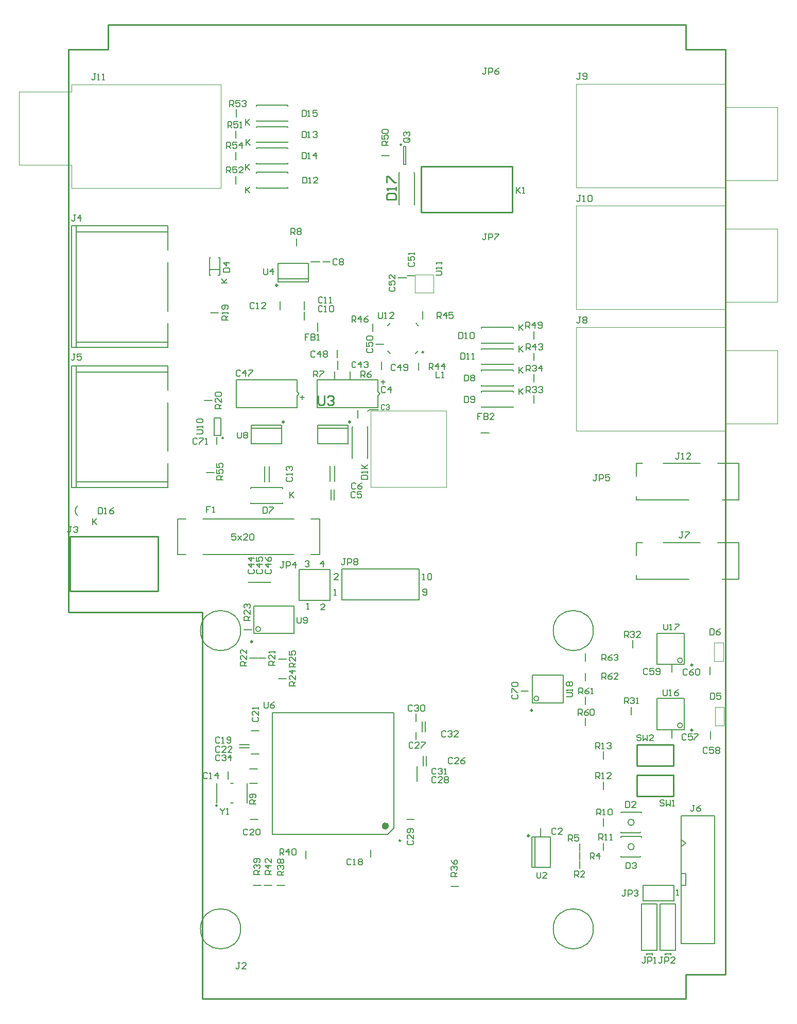
<source format=gto>
G04 Layer_Color=65535*
%FSLAX25Y25*%
%MOIN*%
G70*
G01*
G75*
%ADD47C,0.00787*%
%ADD52C,0.02362*%
%ADD54C,0.01000*%
%ADD100C,0.00984*%
%ADD101C,0.00827*%
%ADD102C,0.00591*%
%ADD103C,0.01378*%
%ADD104C,0.00800*%
%ADD105C,0.00394*%
%ADD106C,0.00709*%
D47*
X124330Y239152D02*
G03*
X124330Y239152I-1595J0D01*
G01*
X304448Y194270D02*
G03*
X304448Y194270I-1595J0D01*
G01*
X96457Y125098D02*
G03*
X96457Y125098I-632J0D01*
G01*
X397481Y218996D02*
G03*
X397481Y218996I-1595J0D01*
G01*
Y176870D02*
G03*
X397481Y176870I-1595J0D01*
G01*
X339764Y45276D02*
G03*
X339764Y45276I-12992J0D01*
G01*
Y238189D02*
G03*
X339764Y238189I-12992J0D01*
G01*
X111417D02*
G03*
X111417Y238189I-12992J0D01*
G01*
Y45276D02*
G03*
X111417Y45276I-12992J0D01*
G01*
X126705Y73228D02*
X131626D01*
X153543Y90847D02*
Y95768D01*
X119587Y73228D02*
X124508D01*
X134941Y73228D02*
X139862D01*
X247539Y72835D02*
X252461D01*
X131890Y185039D02*
X210630D01*
X131890Y106299D02*
Y185039D01*
Y106299D02*
X206496D01*
X210630Y110433D01*
Y185039D01*
X396654Y118504D02*
X418307D01*
Y35827D02*
Y118504D01*
X396654Y35827D02*
X418307D01*
X396654D02*
Y118504D01*
X399606Y73228D02*
Y81102D01*
X397047Y102756D02*
X399606Y100787D01*
X397047Y98819D02*
X399606Y100787D01*
X397047Y81102D02*
X399606D01*
X397047Y73228D02*
X399606D01*
X64173Y354331D02*
Y385827D01*
X1969Y330709D02*
X64173D01*
X5118Y331102D02*
Y409449D01*
X1969Y330709D02*
Y409449D01*
X64173D01*
X5118Y405512D02*
X64173D01*
X5118Y334252D02*
X64173D01*
X64173Y330709D02*
Y346457D01*
X64173Y393701D02*
Y409449D01*
Y444882D02*
Y476378D01*
X1969Y421260D02*
X64173D01*
X5118Y421654D02*
Y500000D01*
X1969Y421260D02*
Y500000D01*
X64173D01*
X5118Y496063D02*
X64173D01*
X5118Y424803D02*
X64173D01*
X64173Y421260D02*
Y437008D01*
X64173Y484252D02*
Y500000D01*
X305512Y105413D02*
Y110335D01*
X187401Y375886D02*
Y380807D01*
X200459Y392589D02*
Y400339D01*
X160959D02*
X200459D01*
X160959Y382339D02*
Y400339D01*
Y382339D02*
X200459D01*
Y390089D01*
X201709Y391339D01*
X200459Y392589D02*
X201709Y391339D01*
X169882Y322736D02*
Y329232D01*
X171850Y322736D02*
Y329232D01*
X169390Y334646D02*
Y344882D01*
X172343Y334646D02*
Y344882D01*
X157087Y476772D02*
X162599D01*
X152756Y438976D02*
Y444488D01*
X152756Y445669D02*
Y451181D01*
X137008Y445669D02*
Y451181D01*
X126870Y334252D02*
Y344488D01*
X129823Y334252D02*
Y344488D01*
X103150Y142027D02*
Y146949D01*
X195669Y91634D02*
Y96555D01*
X110531Y164370D02*
X117028D01*
X110531Y162402D02*
X117028D01*
X117618Y116142D02*
X122539D01*
X118405Y173228D02*
X123327D01*
X118405Y158268D02*
X123327D01*
X231693Y150689D02*
Y157185D01*
X229725Y150689D02*
Y157185D01*
X224803Y167618D02*
Y172539D01*
X225590Y140847D02*
Y145768D01*
X218799Y116142D02*
X223721D01*
X225590Y145571D02*
Y150492D01*
X224803Y179429D02*
Y184351D01*
X117224Y148819D02*
X122146D01*
X116437Y269291D02*
X121358D01*
X121161D02*
X126083D01*
X125886D02*
X130807D01*
X148097Y392589D02*
Y400339D01*
X108597D02*
X148097D01*
X108597Y382339D02*
Y400339D01*
Y382339D02*
X148097D01*
Y390089D01*
X149346Y391339D01*
X148097Y392589D02*
X149346Y391339D01*
X174016Y414862D02*
Y419784D01*
X202756Y406988D02*
Y411909D01*
X199114Y423228D02*
X204035D01*
X390551Y168799D02*
Y173721D01*
X415748Y168012D02*
Y172933D01*
X390551Y211319D02*
Y216240D01*
X415354Y209744D02*
Y214665D01*
X292815Y199213D02*
X297736D01*
X96063Y358563D02*
Y363484D01*
X193701Y349606D02*
Y370078D01*
X193209Y349606D02*
X193701D01*
X193209Y370078D02*
X193701D01*
X183465Y349606D02*
X183957D01*
X183465Y370078D02*
X183957D01*
X183465Y349606D02*
Y370078D01*
X357480Y107480D02*
X369882D01*
X357480Y120866D02*
X370866D01*
X369882Y107480D02*
X370522Y108120D01*
X357480Y107480D02*
Y108071D01*
X370866Y120275D02*
Y120866D01*
X357480Y120275D02*
Y120866D01*
Y91732D02*
X369882D01*
X357480Y105118D02*
X370866D01*
X369882Y91732D02*
X370522Y92372D01*
X357480Y91732D02*
Y92323D01*
X370866Y104527D02*
Y105118D01*
X357480Y104527D02*
Y105118D01*
X97835Y467913D02*
Y479331D01*
X91142Y467913D02*
Y479331D01*
X97047D02*
X97835D01*
X91142D02*
X91929D01*
X97047Y467913D02*
X97835D01*
X91142D02*
X91929D01*
X91142Y471654D02*
X97835D01*
X118111Y330709D02*
X138583D01*
Y330217D02*
Y330709D01*
X118111Y330217D02*
Y330709D01*
X138583Y320472D02*
Y320964D01*
X118111Y320472D02*
Y320964D01*
Y320472D02*
X138583D01*
X267323Y406693D02*
X287795D01*
Y406201D02*
Y406693D01*
X267323Y406201D02*
Y406693D01*
X287795Y396457D02*
Y396949D01*
X267323Y396457D02*
Y396949D01*
Y396457D02*
X287795D01*
X267323Y392913D02*
X287795D01*
Y392421D02*
Y392913D01*
X267323Y392421D02*
Y392913D01*
X287795Y382677D02*
Y383169D01*
X267323Y382677D02*
Y383169D01*
Y382677D02*
X287795D01*
X267323Y434252D02*
X287795D01*
Y433760D02*
Y434252D01*
X267323Y433760D02*
Y434252D01*
X287795Y424016D02*
Y424508D01*
X267323Y424016D02*
Y424508D01*
Y424016D02*
X287795D01*
X267323Y420472D02*
X287795D01*
Y419980D02*
Y420472D01*
X267323Y419980D02*
Y420472D01*
X287795Y410236D02*
Y410728D01*
X267323Y410236D02*
Y410728D01*
Y410236D02*
X287795D01*
X121654Y524410D02*
X142125D01*
X121654D02*
Y524902D01*
X142125Y524410D02*
Y524902D01*
X121654Y534154D02*
Y534646D01*
X142125Y534154D02*
Y534646D01*
X121654D02*
X142125D01*
X121654Y553937D02*
X142125D01*
X121654D02*
Y554429D01*
X142125Y553937D02*
Y554429D01*
X121654Y563681D02*
Y564173D01*
X142125Y563681D02*
Y564173D01*
X121654D02*
X142125D01*
X121654Y540158D02*
X142125D01*
X121654D02*
Y540650D01*
X142125Y540158D02*
Y540650D01*
X121654Y549902D02*
Y550394D01*
X142125Y549902D02*
Y550394D01*
X121654D02*
X142125D01*
X121653Y567717D02*
X142125D01*
X121653D02*
Y568209D01*
X142125Y567717D02*
Y568209D01*
X121653Y577461D02*
Y577953D01*
X142125Y577461D02*
Y577953D01*
X121653D02*
X142125D01*
X70534Y310321D02*
X76081D01*
X70534Y287321D02*
Y310321D01*
Y287321D02*
X76081D01*
X87006Y310337D02*
X146062D01*
X87006Y287306D02*
X145963D01*
X157085Y310321D02*
X162534D01*
Y287321D02*
Y310321D01*
X157085Y287321D02*
X162534D01*
X161417Y431890D02*
Y437402D01*
X266929Y366142D02*
X272441D01*
X217051Y551311D02*
X218429D01*
X217051Y539697D02*
Y551311D01*
Y539697D02*
X218429D01*
Y551311D01*
X331102Y84547D02*
Y89468D01*
X331102Y90059D02*
Y94980D01*
Y95571D02*
Y100492D01*
X182283Y400886D02*
Y405807D01*
X172441Y400886D02*
Y405807D01*
X147638Y486909D02*
Y491831D01*
X117225Y139370D02*
X122146D01*
X346457Y111713D02*
Y116634D01*
Y95964D02*
Y100886D01*
Y135335D02*
Y140256D01*
Y155020D02*
Y159941D01*
X92027Y443701D02*
X96949D01*
X122736Y220472D02*
X127657D01*
X117224D02*
X122146D01*
X113681Y238583D02*
X118602D01*
X136122Y207087D02*
X141043D01*
X136122Y219685D02*
X141043D01*
X364173Y183760D02*
Y188681D01*
X365354Y227067D02*
Y231988D01*
X301181Y385335D02*
Y390256D01*
Y399114D02*
Y404036D01*
Y412894D02*
Y417815D01*
X226772Y406595D02*
Y411516D01*
X229134Y439665D02*
Y444587D01*
X196850Y431791D02*
Y436713D01*
X301181Y426673D02*
Y431595D01*
X202681Y545504D02*
X207602D01*
X108268Y556595D02*
Y561516D01*
Y527067D02*
Y531988D01*
X108661Y570374D02*
Y575295D01*
X108268Y542815D02*
Y547736D01*
X89272Y340551D02*
X94193D01*
X334646Y176673D02*
Y181595D01*
Y190453D02*
Y195374D01*
X334646Y205807D02*
Y210728D01*
Y218406D02*
Y223327D01*
X120077Y236416D02*
X146061D01*
Y254133D01*
X120077D02*
X146061D01*
X120077Y236416D02*
Y254133D01*
X94390Y364272D02*
X98524D01*
Y375886D01*
X94390D02*
X98524D01*
X94390Y364272D02*
Y375886D01*
X300195Y191534D02*
X320274D01*
Y209250D01*
X300195D02*
X320274D01*
X300195Y191534D02*
Y209250D01*
X105020Y139370D02*
X106791D01*
X105020Y126772D02*
X106791D01*
X96063D02*
Y139370D01*
X115748Y126772D02*
Y139370D01*
X174409Y407087D02*
Y412599D01*
X219193Y467717D02*
X224114D01*
X213386Y466535D02*
X218898D01*
X367618Y322736D02*
Y325197D01*
Y337992D02*
Y346358D01*
X384843D02*
X408957D01*
X367618D02*
X371555D01*
X420276D02*
X434055D01*
X367618Y322736D02*
X401575D01*
X423228D02*
X434055D01*
Y322835D02*
Y346358D01*
X367618Y271555D02*
Y274016D01*
Y286811D02*
Y295177D01*
X384843D02*
X408957D01*
X367618D02*
X371555D01*
X420276D02*
X434055D01*
X367618Y271555D02*
X401575D01*
X423228D02*
X434055D01*
Y271654D02*
Y295177D01*
X398622Y216338D02*
Y236417D01*
X380906D02*
X398622D01*
X380906Y216338D02*
Y236417D01*
Y216338D02*
X398622D01*
Y174213D02*
Y194291D01*
X380906D02*
X398622D01*
X380906Y174213D02*
Y194291D01*
Y174213D02*
X398622D01*
X230906Y172736D02*
Y179232D01*
X228937Y172736D02*
Y179232D01*
X88090Y387008D02*
X93012D01*
X194882Y381102D02*
X200492D01*
X193701Y379921D02*
X194882Y381102D01*
X224803Y437008D02*
X226378Y435433D01*
X206693D02*
X208268Y437008D01*
X206693Y418898D02*
X208268Y417323D01*
X224606D02*
X226378Y419095D01*
X164567Y476772D02*
X169291D01*
X213882Y513764D02*
Y534236D01*
X214374D01*
X213882Y513764D02*
X214374D01*
X223626Y534236D02*
X224118D01*
X223626Y513764D02*
X224118D01*
Y534236D01*
D52*
X206299Y111811D02*
G03*
X206299Y111811I-1181J0D01*
G01*
D54*
X215599Y552516D02*
G03*
X215599Y552516I-418J0D01*
G01*
X100319Y362771D02*
G03*
X100319Y362771I-418J0D01*
G01*
X1024Y263779D02*
X58110D01*
X1083Y299213D02*
X58071D01*
X1024Y263779D02*
Y299213D01*
X58110Y263779D02*
Y299213D01*
X368110Y130905D02*
X391732D01*
Y144685D01*
X368110D02*
X391732D01*
X368110Y130905D02*
Y144685D01*
Y150591D02*
X391732D01*
Y164370D01*
X368110D02*
X391732D01*
X368110Y150591D02*
Y164370D01*
X287402Y508858D02*
Y538386D01*
X228346D02*
X287402D01*
X228346Y508858D02*
Y538386D01*
Y508858D02*
X287402D01*
X161591Y390089D02*
Y385090D01*
X162591Y384091D01*
X164590D01*
X165590Y385090D01*
Y390089D01*
X167589Y389089D02*
X168589Y390089D01*
X170588D01*
X171588Y389089D01*
Y388089D01*
X170588Y387090D01*
X169588D01*
X170588D01*
X171588Y386090D01*
Y385090D01*
X170588Y384091D01*
X168589D01*
X167589Y385090D01*
X206002Y517000D02*
X212000D01*
Y519999D01*
X211000Y520999D01*
X207002D01*
X206002Y519999D01*
Y517000D01*
X212000Y522998D02*
Y524997D01*
Y523998D01*
X206002D01*
X207002Y522998D01*
X206002Y527996D02*
Y531995D01*
X207002D01*
X211000Y527996D01*
X212000D01*
X0Y250000D02*
X17717D01*
X0D02*
Y614173D01*
X25591D01*
Y622047D01*
Y629921D01*
X86614Y0D02*
X399606D01*
X86614D02*
Y250000D01*
X17717D02*
X86614D01*
X25591Y629921D02*
X399606D01*
Y614173D02*
Y629921D01*
X425197Y15748D02*
Y614173D01*
X399606D02*
X425197D01*
X399606Y13780D02*
Y15748D01*
X425197D01*
X399606Y0D02*
Y13780D01*
D100*
X182579Y373130D02*
G03*
X182579Y373130I-689J0D01*
G01*
X215059Y102362D02*
G03*
X215059Y102362I-492J0D01*
G01*
X298425Y105512D02*
G03*
X298425Y105512I-689J0D01*
G01*
X135335Y461516D02*
G03*
X135335Y461516I-689J0D01*
G01*
X139665Y373130D02*
G03*
X139665Y373130I-689J0D01*
G01*
X229823Y418307D02*
G03*
X229823Y418307I-492J0D01*
G01*
D101*
X5708Y318740D02*
G03*
X5708Y312756I2559J-2992D01*
G01*
D102*
X366197Y114173D02*
G03*
X366197Y114173I-2024J0D01*
G01*
X366197Y98425D02*
G03*
X366197Y98425I-2024J0D01*
G01*
D103*
X118975Y231023D02*
G03*
X118975Y231023I-472J0D01*
G01*
X300274Y186632D02*
G03*
X300274Y186632I-472J0D01*
G01*
X403996Y215945D02*
G03*
X403996Y215945I-472J0D01*
G01*
Y173819D02*
G03*
X403996Y173819I-472J0D01*
G01*
D104*
X161339Y370965D02*
X181024D01*
Y358957D02*
Y370965D01*
X161339Y358957D02*
X181024D01*
X161339D02*
Y370965D01*
X161516Y368996D02*
X180807D01*
X370984Y61457D02*
X380984D01*
Y31457D02*
Y61457D01*
X370984Y31457D02*
X380984D01*
X370984D02*
Y61457D01*
X382795D02*
X392795D01*
Y31457D02*
Y61457D01*
X382795Y31457D02*
X392795D01*
X382795D02*
Y61457D01*
X371890Y63504D02*
X391890D01*
Y73504D01*
X371890D02*
X391890D01*
X371890Y63504D02*
Y73504D01*
X149449Y257717D02*
X169449D01*
Y277717D01*
X149449D02*
X169449D01*
X149449Y257717D02*
Y277717D01*
X301870Y85138D02*
Y104429D01*
X299902Y84961D02*
X311909D01*
Y104646D01*
X299902D02*
X311909D01*
X299902Y84961D02*
Y104646D01*
X135728Y465650D02*
X155020D01*
X155197Y463681D02*
Y475689D01*
X135512D02*
X155197D01*
X135512Y463681D02*
Y475689D01*
Y463681D02*
X155197D01*
X118603Y368996D02*
X137894D01*
X118425Y358957D02*
Y370965D01*
Y358957D02*
X138110D01*
Y370965D01*
X118425D02*
X138110D01*
X176969Y278110D02*
X226969D01*
Y258110D02*
Y278110D01*
X176969Y258110D02*
X226969D01*
X176969D02*
Y278110D01*
D105*
X195472Y331102D02*
Y380315D01*
X244685D01*
Y331102D02*
Y380315D01*
X195472Y331102D02*
X244685D01*
X418110Y230315D02*
X424026D01*
X418110Y218504D02*
Y230315D01*
Y218504D02*
X424026D01*
Y230315D01*
X418504Y188583D02*
X424420D01*
X418504Y176771D02*
Y188583D01*
Y176771D02*
X424420D01*
Y188583D01*
X1969Y524410D02*
Y539370D01*
Y524410D02*
X98534D01*
Y591373D01*
X1969D02*
X98534D01*
X1969Y586614D02*
Y591373D01*
X-31890Y586614D02*
X1969D01*
X-31890Y539370D02*
Y586614D01*
Y539370D02*
X1969D01*
X425197Y498032D02*
Y512992D01*
X328631D02*
X425197D01*
X328631Y446028D02*
Y512992D01*
Y446028D02*
X425197D01*
Y450787D01*
X459055D01*
Y498032D01*
X425197D02*
X459055D01*
X425197Y576772D02*
Y591732D01*
X328631D02*
X425197D01*
X328631Y524768D02*
Y591732D01*
Y524768D02*
X425197D01*
Y529528D01*
X459055D01*
Y576772D01*
X425197D02*
X459055D01*
X425197Y419291D02*
Y434252D01*
X328631D02*
X425197D01*
X328631Y367288D02*
Y434252D01*
Y367288D02*
X425197D01*
Y372047D01*
X459055D01*
Y419291D01*
X425197D02*
X459055D01*
X224410Y456693D02*
X236221D01*
Y468504D01*
X224410D02*
X236221D01*
X224410Y456693D02*
Y468504D01*
D106*
X200787Y444093D02*
Y440813D01*
X201443Y440158D01*
X202755D01*
X203411Y440813D01*
Y444093D01*
X204723Y440158D02*
X206035D01*
X205379D01*
Y444093D01*
X204723Y443437D01*
X210627Y440158D02*
X208003D01*
X210627Y442781D01*
Y443437D01*
X209971Y444093D01*
X208659D01*
X208003Y443437D01*
X237795Y405707D02*
Y401772D01*
X240419D01*
X241731D02*
X243043D01*
X242387D01*
Y405707D01*
X241731Y405051D01*
X237796Y468110D02*
X241076D01*
X241732Y468766D01*
Y470078D01*
X241076Y470734D01*
X237796D01*
X241732Y472046D02*
Y473358D01*
Y472702D01*
X237796D01*
X238453Y472046D01*
X241732Y475326D02*
Y476638D01*
Y475982D01*
X237796D01*
X238453Y475326D01*
X208138Y460498D02*
X207482Y459842D01*
Y458530D01*
X208138Y457874D01*
X210761D01*
X211417Y458530D01*
Y459842D01*
X210761Y460498D01*
X207482Y464434D02*
Y461810D01*
X209450D01*
X208793Y463122D01*
Y463778D01*
X209450Y464434D01*
X210761D01*
X211417Y463778D01*
Y462466D01*
X210761Y461810D01*
X211417Y468369D02*
Y465745D01*
X208793Y468369D01*
X208138D01*
X207482Y467713D01*
Y466401D01*
X208138Y465745D01*
X220736Y476246D02*
X220080Y475590D01*
Y474278D01*
X220736Y473622D01*
X223360D01*
X224016Y474278D01*
Y475590D01*
X223360Y476246D01*
X220080Y480182D02*
Y477558D01*
X222048D01*
X221392Y478870D01*
Y479526D01*
X222048Y480182D01*
X223360D01*
X224016Y479526D01*
Y478214D01*
X223360Y477558D01*
X224016Y481494D02*
Y482805D01*
Y482150D01*
X220080D01*
X220736Y481494D01*
X186088Y411548D02*
X185432Y412204D01*
X184121D01*
X183465Y411548D01*
Y408924D01*
X184121Y408268D01*
X185432D01*
X186088Y408924D01*
X189368Y408268D02*
Y412204D01*
X187400Y410236D01*
X190024D01*
X191336Y411548D02*
X191992Y412204D01*
X193304D01*
X193960Y411548D01*
Y410891D01*
X193304Y410236D01*
X192648D01*
X193304D01*
X193960Y409580D01*
Y408924D01*
X193304Y408268D01*
X191992D01*
X191336Y408924D01*
X98425Y123227D02*
Y122571D01*
X99737Y121259D01*
X101049Y122571D01*
Y123227D01*
X99737Y121259D02*
Y119291D01*
X102361D02*
X103673D01*
X103017D01*
Y123227D01*
X102361Y122571D01*
X322442Y195276D02*
X325722D01*
X326378Y195931D01*
Y197243D01*
X325722Y197899D01*
X322442D01*
X326378Y199211D02*
Y200523D01*
Y199867D01*
X322442D01*
X323098Y199211D01*
Y202491D02*
X322442Y203147D01*
Y204459D01*
X323098Y205115D01*
X323754D01*
X324410Y204459D01*
X325066Y205115D01*
X325722D01*
X326378Y204459D01*
Y203147D01*
X325722Y202491D01*
X325066D01*
X324410Y203147D01*
X323754Y202491D01*
X323098D01*
X324410Y203147D02*
Y204459D01*
X385433Y242518D02*
Y239239D01*
X386089Y238583D01*
X387401D01*
X388057Y239239D01*
Y242518D01*
X389369Y238583D02*
X390681D01*
X390025D01*
Y242518D01*
X389369Y241863D01*
X392649Y242518D02*
X395272D01*
Y241863D01*
X392649Y239239D01*
Y238583D01*
X385039Y199999D02*
Y196719D01*
X385695Y196063D01*
X387007D01*
X387663Y196719D01*
Y199999D01*
X388975Y196063D02*
X390287D01*
X389631D01*
Y199999D01*
X388975Y199343D01*
X394879Y199999D02*
X393567Y199343D01*
X392255Y198031D01*
Y196719D01*
X392911Y196063D01*
X394223D01*
X394879Y196719D01*
Y197375D01*
X394223Y198031D01*
X392255D01*
X83072Y365354D02*
X86352D01*
X87008Y366010D01*
Y367322D01*
X86352Y367978D01*
X83072D01*
X87008Y369290D02*
Y370602D01*
Y369946D01*
X83072D01*
X83728Y369290D01*
Y372570D02*
X83072Y373226D01*
Y374538D01*
X83728Y375194D01*
X86352D01*
X87008Y374538D01*
Y373226D01*
X86352Y372570D01*
X83728D01*
X148031Y246849D02*
Y243569D01*
X148688Y242913D01*
X149999D01*
X150655Y243569D01*
Y246849D01*
X151967Y243569D02*
X152623Y242913D01*
X153935D01*
X154591Y243569D01*
Y246193D01*
X153935Y246849D01*
X152623D01*
X151967Y246193D01*
Y245537D01*
X152623Y244881D01*
X154591D01*
X109449Y366534D02*
Y363254D01*
X110105Y362598D01*
X111417D01*
X112073Y363254D01*
Y366534D01*
X113385Y365878D02*
X114041Y366534D01*
X115352D01*
X116008Y365878D01*
Y365222D01*
X115352Y364566D01*
X116008Y363910D01*
Y363254D01*
X115352Y362598D01*
X114041D01*
X113385Y363254D01*
Y363910D01*
X114041Y364566D01*
X113385Y365222D01*
Y365878D01*
X114041Y364566D02*
X115352D01*
X126378Y472440D02*
Y469160D01*
X127034Y468504D01*
X128346D01*
X129002Y469160D01*
Y472440D01*
X132282Y468504D02*
Y472440D01*
X130314Y470472D01*
X132938D01*
X303150Y81889D02*
Y78609D01*
X303806Y77953D01*
X305118D01*
X305773Y78609D01*
Y81889D01*
X309709Y77953D02*
X307085D01*
X309709Y80577D01*
Y81233D01*
X309053Y81889D01*
X307741D01*
X307085Y81233D01*
X370734Y170209D02*
X370078Y170865D01*
X368766D01*
X368110Y170209D01*
Y169553D01*
X368766Y168897D01*
X370078D01*
X370734Y168241D01*
Y167585D01*
X370078Y166929D01*
X368766D01*
X368110Y167585D01*
X372046Y170865D02*
Y166929D01*
X373358Y168241D01*
X374670Y166929D01*
Y170865D01*
X378606Y166929D02*
X375982D01*
X378606Y169553D01*
Y170209D01*
X377950Y170865D01*
X376638D01*
X375982Y170209D01*
X385695Y128083D02*
X385039Y128739D01*
X383727D01*
X383071Y128083D01*
Y127427D01*
X383727Y126771D01*
X385039D01*
X385695Y126115D01*
Y125459D01*
X385039Y124803D01*
X383727D01*
X383071Y125459D01*
X387007Y128739D02*
Y124803D01*
X388318Y126115D01*
X389630Y124803D01*
Y128739D01*
X390942Y124803D02*
X392254D01*
X391598D01*
Y128739D01*
X390942Y128083D01*
X345276Y218898D02*
Y222833D01*
X347243D01*
X347899Y222177D01*
Y220866D01*
X347243Y220210D01*
X345276D01*
X346587D02*
X347899Y218898D01*
X351835Y222833D02*
X350523Y222177D01*
X349211Y220866D01*
Y219554D01*
X349867Y218898D01*
X351179D01*
X351835Y219554D01*
Y220210D01*
X351179Y220866D01*
X349211D01*
X353147Y222177D02*
X353803Y222833D01*
X355115D01*
X355771Y222177D01*
Y221521D01*
X355115Y220866D01*
X354459D01*
X355115D01*
X355771Y220210D01*
Y219554D01*
X355115Y218898D01*
X353803D01*
X353147Y219554D01*
X345276Y206693D02*
Y210629D01*
X347243D01*
X347899Y209973D01*
Y208661D01*
X347243Y208005D01*
X345276D01*
X346587D02*
X347899Y206693D01*
X351835Y210629D02*
X350523Y209973D01*
X349211Y208661D01*
Y207349D01*
X349867Y206693D01*
X351179D01*
X351835Y207349D01*
Y208005D01*
X351179Y208661D01*
X349211D01*
X355771Y206693D02*
X353147D01*
X355771Y209317D01*
Y209973D01*
X355115Y210629D01*
X353803D01*
X353147Y209973D01*
X330315Y197244D02*
Y201180D01*
X332283D01*
X332939Y200524D01*
Y199212D01*
X332283Y198556D01*
X330315D01*
X331627D02*
X332939Y197244D01*
X336875Y201180D02*
X335563Y200524D01*
X334251Y199212D01*
Y197900D01*
X334907Y197244D01*
X336219D01*
X336875Y197900D01*
Y198556D01*
X336219Y199212D01*
X334251D01*
X338187Y197244D02*
X339498D01*
X338842D01*
Y201180D01*
X338187Y200524D01*
X329921Y183465D02*
Y187400D01*
X331889D01*
X332545Y186744D01*
Y185432D01*
X331889Y184776D01*
X329921D01*
X331233D02*
X332545Y183465D01*
X336481Y187400D02*
X335169Y186744D01*
X333857Y185432D01*
Y184121D01*
X334513Y183465D01*
X335825D01*
X336481Y184121D01*
Y184776D01*
X335825Y185432D01*
X333857D01*
X337793Y186744D02*
X338449Y187400D01*
X339761D01*
X340417Y186744D01*
Y184121D01*
X339761Y183465D01*
X338449D01*
X337793Y184121D01*
Y186744D01*
X100000Y335827D02*
X96064D01*
Y337795D01*
X96720Y338451D01*
X98032D01*
X98688Y337795D01*
Y335827D01*
Y337139D02*
X100000Y338451D01*
X96064Y342386D02*
Y339762D01*
X98032D01*
X97376Y341074D01*
Y341730D01*
X98032Y342386D01*
X99344D01*
X100000Y341730D01*
Y340419D01*
X99344Y339762D01*
X96064Y346322D02*
Y343698D01*
X98032D01*
X97376Y345010D01*
Y345666D01*
X98032Y346322D01*
X99344D01*
X100000Y345666D01*
Y344354D01*
X99344Y343698D01*
X102362Y550000D02*
Y553936D01*
X104330D01*
X104986Y553280D01*
Y551968D01*
X104330Y551312D01*
X102362D01*
X103674D02*
X104986Y550000D01*
X108922Y553936D02*
X106298D01*
Y551968D01*
X107610Y552624D01*
X108266D01*
X108922Y551968D01*
Y550656D01*
X108266Y550000D01*
X106954D01*
X106298Y550656D01*
X112202Y550000D02*
Y553936D01*
X110234Y551968D01*
X112857D01*
X104331Y577165D02*
Y581101D01*
X106299D01*
X106955Y580445D01*
Y579133D01*
X106299Y578477D01*
X104331D01*
X105643D02*
X106955Y577165D01*
X110890Y581101D02*
X108266D01*
Y579133D01*
X109578Y579789D01*
X110234D01*
X110890Y579133D01*
Y577821D01*
X110234Y577165D01*
X108922D01*
X108266Y577821D01*
X112202Y580445D02*
X112858Y581101D01*
X114170D01*
X114826Y580445D01*
Y579789D01*
X114170Y579133D01*
X113514D01*
X114170D01*
X114826Y578477D01*
Y577821D01*
X114170Y577165D01*
X112858D01*
X112202Y577821D01*
X102362Y534252D02*
Y538188D01*
X104330D01*
X104986Y537532D01*
Y536220D01*
X104330Y535564D01*
X102362D01*
X103674D02*
X104986Y534252D01*
X108922Y538188D02*
X106298D01*
Y536220D01*
X107610Y536876D01*
X108266D01*
X108922Y536220D01*
Y534908D01*
X108266Y534252D01*
X106954D01*
X106298Y534908D01*
X112857Y534252D02*
X110234D01*
X112857Y536876D01*
Y537532D01*
X112202Y538188D01*
X110890D01*
X110234Y537532D01*
X103150Y563386D02*
Y567322D01*
X105117D01*
X105773Y566666D01*
Y565354D01*
X105117Y564698D01*
X103150D01*
X104462D02*
X105773Y563386D01*
X109709Y567322D02*
X107085D01*
Y565354D01*
X108397Y566010D01*
X109053D01*
X109709Y565354D01*
Y564042D01*
X109053Y563386D01*
X107741D01*
X107085Y564042D01*
X111021Y563386D02*
X112333D01*
X111677D01*
Y567322D01*
X111021Y566666D01*
X207000Y552000D02*
X203064D01*
Y553968D01*
X203720Y554624D01*
X205032D01*
X205688Y553968D01*
Y552000D01*
Y553312D02*
X207000Y554624D01*
X203064Y558560D02*
Y555936D01*
X205032D01*
X204376Y557248D01*
Y557904D01*
X205032Y558560D01*
X206344D01*
X207000Y557904D01*
Y556592D01*
X206344Y555936D01*
X203720Y559871D02*
X203064Y560527D01*
Y561839D01*
X203720Y562495D01*
X206344D01*
X207000Y561839D01*
Y560527D01*
X206344Y559871D01*
X203720D01*
X296063Y433858D02*
Y437794D01*
X298031D01*
X298687Y437138D01*
Y435826D01*
X298031Y435170D01*
X296063D01*
X297375D02*
X298687Y433858D01*
X301967D02*
Y437794D01*
X299999Y435826D01*
X302623D01*
X303935Y434514D02*
X304590Y433858D01*
X305902D01*
X306558Y434514D01*
Y437138D01*
X305902Y437794D01*
X304590D01*
X303935Y437138D01*
Y436482D01*
X304590Y435826D01*
X306558D01*
X183465Y437795D02*
Y441731D01*
X185432D01*
X186088Y441075D01*
Y439763D01*
X185432Y439107D01*
X183465D01*
X184776D02*
X186088Y437795D01*
X189368D02*
Y441731D01*
X187400Y439763D01*
X190024D01*
X193960Y441731D02*
X192648Y441075D01*
X191336Y439763D01*
Y438451D01*
X191992Y437795D01*
X193304D01*
X193960Y438451D01*
Y439107D01*
X193304Y439763D01*
X191336D01*
X238583Y440158D02*
Y444093D01*
X240551D01*
X241207Y443437D01*
Y442125D01*
X240551Y441469D01*
X238583D01*
X239895D02*
X241207Y440158D01*
X244486D02*
Y444093D01*
X242518Y442125D01*
X245142D01*
X249078Y444093D02*
X246454D01*
Y442125D01*
X247766Y442781D01*
X248422D01*
X249078Y442125D01*
Y440813D01*
X248422Y440158D01*
X247110D01*
X246454Y440813D01*
X233465Y407087D02*
Y411022D01*
X235432D01*
X236088Y410366D01*
Y409055D01*
X235432Y408398D01*
X233465D01*
X234776D02*
X236088Y407087D01*
X239368D02*
Y411022D01*
X237400Y409055D01*
X240024D01*
X243304Y407087D02*
Y411022D01*
X241336Y409055D01*
X243960D01*
X296457Y419685D02*
Y423621D01*
X298425D01*
X299080Y422965D01*
Y421653D01*
X298425Y420997D01*
X296457D01*
X297769D02*
X299080Y419685D01*
X302360D02*
Y423621D01*
X300392Y421653D01*
X303016D01*
X304328Y422965D02*
X304984Y423621D01*
X306296D01*
X306952Y422965D01*
Y422309D01*
X306296Y421653D01*
X305640D01*
X306296D01*
X306952Y420997D01*
Y420341D01*
X306296Y419685D01*
X304984D01*
X304328Y420341D01*
X296457Y405905D02*
Y409841D01*
X298425D01*
X299080Y409185D01*
Y407873D01*
X298425Y407217D01*
X296457D01*
X297769D02*
X299080Y405905D01*
X300392Y409185D02*
X301048Y409841D01*
X302360D01*
X303016Y409185D01*
Y408529D01*
X302360Y407873D01*
X301704D01*
X302360D01*
X303016Y407217D01*
Y406562D01*
X302360Y405905D01*
X301048D01*
X300392Y406562D01*
X306296Y405905D02*
Y409841D01*
X304328Y407873D01*
X306952D01*
X296457Y392126D02*
Y396062D01*
X298425D01*
X299080Y395406D01*
Y394094D01*
X298425Y393438D01*
X296457D01*
X297769D02*
X299080Y392126D01*
X300392Y395406D02*
X301048Y396062D01*
X302360D01*
X303016Y395406D01*
Y394750D01*
X302360Y394094D01*
X301704D01*
X302360D01*
X303016Y393438D01*
Y392782D01*
X302360Y392126D01*
X301048D01*
X300392Y392782D01*
X304328Y395406D02*
X304984Y396062D01*
X306296D01*
X306952Y395406D01*
Y394750D01*
X306296Y394094D01*
X305640D01*
X306296D01*
X306952Y393438D01*
Y392782D01*
X306296Y392126D01*
X304984D01*
X304328Y392782D01*
X359842Y233858D02*
Y237794D01*
X361810D01*
X362466Y237138D01*
Y235826D01*
X361810Y235170D01*
X359842D01*
X361154D02*
X362466Y233858D01*
X363778Y237138D02*
X364434Y237794D01*
X365746D01*
X366402Y237138D01*
Y236482D01*
X365746Y235826D01*
X365090D01*
X365746D01*
X366402Y235170D01*
Y234514D01*
X365746Y233858D01*
X364434D01*
X363778Y234514D01*
X370338Y233858D02*
X367714D01*
X370338Y236482D01*
Y237138D01*
X369682Y237794D01*
X368370D01*
X367714Y237138D01*
X359842Y190945D02*
Y194881D01*
X361810D01*
X362466Y194225D01*
Y192913D01*
X361810Y192257D01*
X359842D01*
X361154D02*
X362466Y190945D01*
X363778Y194225D02*
X364434Y194881D01*
X365746D01*
X366402Y194225D01*
Y193569D01*
X365746Y192913D01*
X365090D01*
X365746D01*
X366402Y192257D01*
Y191601D01*
X365746Y190945D01*
X364434D01*
X363778Y191601D01*
X367714Y190945D02*
X369026D01*
X368370D01*
Y194881D01*
X367714Y194225D01*
X146850Y214567D02*
X142915D01*
Y216535D01*
X143571Y217191D01*
X144883D01*
X145538Y216535D01*
Y214567D01*
Y215879D02*
X146850Y217191D01*
Y221127D02*
Y218503D01*
X144227Y221127D01*
X143571D01*
X142915Y220470D01*
Y219159D01*
X143571Y218503D01*
X142915Y225062D02*
Y222438D01*
X144883D01*
X144227Y223750D01*
Y224406D01*
X144883Y225062D01*
X146194D01*
X146850Y224406D01*
Y223094D01*
X146194Y222438D01*
X146850Y202362D02*
X142915D01*
Y204330D01*
X143571Y204986D01*
X144883D01*
X145538Y204330D01*
Y202362D01*
Y203674D02*
X146850Y204986D01*
Y208922D02*
Y206298D01*
X144227Y208922D01*
X143571D01*
X142915Y208266D01*
Y206954D01*
X143571Y206298D01*
X146850Y212202D02*
X142915D01*
X144883Y210234D01*
Y212858D01*
X117717Y244882D02*
X113781D01*
Y246850D01*
X114437Y247506D01*
X115749D01*
X116405Y246850D01*
Y244882D01*
Y246194D02*
X117717Y247506D01*
Y251441D02*
Y248818D01*
X115093Y251441D01*
X114437D01*
X113781Y250785D01*
Y249474D01*
X114437Y248818D01*
Y252753D02*
X113781Y253409D01*
Y254721D01*
X114437Y255377D01*
X115093D01*
X115749Y254721D01*
Y254065D01*
Y254721D01*
X116405Y255377D01*
X117061D01*
X117717Y254721D01*
Y253409D01*
X117061Y252753D01*
X115354Y215354D02*
X111419D01*
Y217322D01*
X112075Y217978D01*
X113386D01*
X114042Y217322D01*
Y215354D01*
Y216666D02*
X115354Y217978D01*
Y221914D02*
Y219290D01*
X112731Y221914D01*
X112075D01*
X111419Y221258D01*
Y219946D01*
X112075Y219290D01*
X115354Y225850D02*
Y223226D01*
X112731Y225850D01*
X112075D01*
X111419Y225194D01*
Y223882D01*
X112075Y223226D01*
X133465Y215748D02*
X129529D01*
Y217716D01*
X130185Y218372D01*
X131497D01*
X132153Y217716D01*
Y215748D01*
Y217060D02*
X133465Y218372D01*
Y222308D02*
Y219684D01*
X130841Y222308D01*
X130185D01*
X129529Y221652D01*
Y220340D01*
X130185Y219684D01*
X133465Y223620D02*
Y224931D01*
Y224275D01*
X129529D01*
X130185Y223620D01*
X98819Y381890D02*
X94883D01*
Y383858D01*
X95539Y384514D01*
X96851D01*
X97507Y383858D01*
Y381890D01*
Y383202D02*
X98819Y384514D01*
Y388449D02*
Y385825D01*
X96195Y388449D01*
X95539D01*
X94883Y387793D01*
Y386481D01*
X95539Y385825D01*
Y389761D02*
X94883Y390417D01*
Y391729D01*
X95539Y392385D01*
X98163D01*
X98819Y391729D01*
Y390417D01*
X98163Y389761D01*
X95539D01*
X103150Y438976D02*
X99214D01*
Y440944D01*
X99870Y441600D01*
X101182D01*
X101838Y440944D01*
Y438976D01*
Y440288D02*
X103150Y441600D01*
Y442912D02*
Y444224D01*
Y443568D01*
X99214D01*
X99870Y442912D01*
X102494Y446192D02*
X103150Y446848D01*
Y448160D01*
X102494Y448816D01*
X99870D01*
X99214Y448160D01*
Y446848D01*
X99870Y446192D01*
X100526D01*
X101182Y446848D01*
Y448816D01*
X341339Y161811D02*
Y165747D01*
X343306D01*
X343962Y165091D01*
Y163779D01*
X343306Y163123D01*
X341339D01*
X342651D02*
X343962Y161811D01*
X345274D02*
X346586D01*
X345930D01*
Y165747D01*
X345274Y165091D01*
X348554D02*
X349210Y165747D01*
X350522D01*
X351178Y165091D01*
Y164435D01*
X350522Y163779D01*
X349866D01*
X350522D01*
X351178Y163123D01*
Y162467D01*
X350522Y161811D01*
X349210D01*
X348554Y162467D01*
X341339Y142520D02*
Y146455D01*
X343306D01*
X343962Y145800D01*
Y144488D01*
X343306Y143832D01*
X341339D01*
X342651D02*
X343962Y142520D01*
X345274D02*
X346586D01*
X345930D01*
Y146455D01*
X345274Y145800D01*
X351178Y142520D02*
X348554D01*
X351178Y145143D01*
Y145800D01*
X350522Y146455D01*
X349210D01*
X348554Y145800D01*
X343307Y102756D02*
Y106692D01*
X345275D01*
X345931Y106036D01*
Y104724D01*
X345275Y104068D01*
X343307D01*
X344619D02*
X345931Y102756D01*
X347243D02*
X348555D01*
X347899D01*
Y106692D01*
X347243Y106036D01*
X350523Y102756D02*
X351835D01*
X351179D01*
Y106692D01*
X350523Y106036D01*
X342126Y118898D02*
Y122833D01*
X344094D01*
X344750Y122177D01*
Y120865D01*
X344094Y120210D01*
X342126D01*
X343438D02*
X344750Y118898D01*
X346062D02*
X347374D01*
X346718D01*
Y122833D01*
X346062Y122177D01*
X349342D02*
X349997Y122833D01*
X351309D01*
X351965Y122177D01*
Y119554D01*
X351309Y118898D01*
X349997D01*
X349342Y119554D01*
Y122177D01*
X121260Y125984D02*
X117324D01*
Y127952D01*
X117980Y128608D01*
X119292D01*
X119948Y127952D01*
Y125984D01*
Y127296D02*
X121260Y128608D01*
X120604Y129920D02*
X121260Y130576D01*
Y131888D01*
X120604Y132544D01*
X117980D01*
X117324Y131888D01*
Y130576D01*
X117980Y129920D01*
X118636D01*
X119292Y130576D01*
Y132544D01*
X144095Y494488D02*
Y498424D01*
X146062D01*
X146718Y497768D01*
Y496456D01*
X146062Y495800D01*
X144095D01*
X145406D02*
X146718Y494488D01*
X148030Y497768D02*
X148686Y498424D01*
X149998D01*
X150654Y497768D01*
Y497112D01*
X149998Y496456D01*
X150654Y495800D01*
Y495144D01*
X149998Y494488D01*
X148686D01*
X148030Y495144D01*
Y495800D01*
X148686Y496456D01*
X148030Y497112D01*
Y497768D01*
X148686Y496456D02*
X149998D01*
X158760Y402264D02*
Y406200D01*
X160728D01*
X161384Y405544D01*
Y404232D01*
X160728Y403576D01*
X158760D01*
X160072D02*
X161384Y402264D01*
X162696Y406200D02*
X165319D01*
Y405544D01*
X162696Y402920D01*
Y402264D01*
X189370Y401968D02*
Y405904D01*
X191338D01*
X191994Y405248D01*
Y403936D01*
X191338Y403280D01*
X189370D01*
X190682D02*
X191994Y401968D01*
X195930Y405904D02*
X194618Y405248D01*
X193306Y403936D01*
Y402625D01*
X193962Y401968D01*
X195274D01*
X195930Y402625D01*
Y403280D01*
X195274Y403936D01*
X193306D01*
X323622Y101969D02*
Y105904D01*
X325590D01*
X326246Y105248D01*
Y103936D01*
X325590Y103280D01*
X323622D01*
X324934D02*
X326246Y101969D01*
X330182Y105904D02*
X327558D01*
Y103936D01*
X328870Y104592D01*
X329526D01*
X330182Y103936D01*
Y102624D01*
X329526Y101969D01*
X328214D01*
X327558Y102624D01*
X337795Y90551D02*
Y94487D01*
X339763D01*
X340419Y93831D01*
Y92519D01*
X339763Y91863D01*
X337795D01*
X339107D02*
X340419Y90551D01*
X343699D02*
Y94487D01*
X341731Y92519D01*
X344355D01*
X327559Y78740D02*
Y82676D01*
X329527D01*
X330183Y82020D01*
Y80708D01*
X329527Y80052D01*
X327559D01*
X328871D02*
X330183Y78740D01*
X334119D02*
X331495D01*
X334119Y81364D01*
Y82020D01*
X333463Y82676D01*
X332151D01*
X331495Y82020D01*
X220344Y556624D02*
X217720D01*
X217064Y555968D01*
Y554656D01*
X217720Y554000D01*
X220344D01*
X221000Y554656D01*
Y555968D01*
X219688Y555312D02*
X221000Y556624D01*
Y555968D02*
X220344Y556624D01*
X217720Y557936D02*
X217064Y558592D01*
Y559904D01*
X217720Y560560D01*
X218376D01*
X219032Y559904D01*
Y559248D01*
Y559904D01*
X219688Y560560D01*
X220344D01*
X221000Y559904D01*
Y558592D01*
X220344Y557936D01*
X179395Y284644D02*
X178084D01*
X178740D01*
Y281365D01*
X178084Y280709D01*
X177428D01*
X176772Y281365D01*
X180707Y280709D02*
Y284644D01*
X182675D01*
X183331Y283988D01*
Y282677D01*
X182675Y282021D01*
X180707D01*
X184643Y283988D02*
X185299Y284644D01*
X186611D01*
X187267Y283988D01*
Y283332D01*
X186611Y282677D01*
X187267Y282021D01*
Y281365D01*
X186611Y280709D01*
X185299D01*
X184643Y281365D01*
Y282021D01*
X185299Y282677D01*
X184643Y283332D01*
Y283988D01*
X185299Y282677D02*
X186611D01*
X139632Y282676D02*
X138320D01*
X138976D01*
Y279396D01*
X138320Y278740D01*
X137664D01*
X137008Y279396D01*
X140944Y278740D02*
Y282676D01*
X142912D01*
X143567Y282020D01*
Y280708D01*
X142912Y280052D01*
X140944D01*
X146847Y278740D02*
Y282676D01*
X144879Y280708D01*
X147503D01*
X360892Y70471D02*
X359580D01*
X360236D01*
Y67191D01*
X359580Y66535D01*
X358924D01*
X358268Y67191D01*
X362204Y66535D02*
Y70471D01*
X364171D01*
X364827Y69815D01*
Y68503D01*
X364171Y67847D01*
X362204D01*
X366139Y69815D02*
X366795Y70471D01*
X368107D01*
X368763Y69815D01*
Y69159D01*
X368107Y68503D01*
X367451D01*
X368107D01*
X368763Y67847D01*
Y67191D01*
X368107Y66535D01*
X366795D01*
X366139Y67191D01*
X384710Y26967D02*
X383399D01*
X384054D01*
Y23687D01*
X383399Y23031D01*
X382743D01*
X382087Y23687D01*
X386022Y23031D02*
Y26967D01*
X387990D01*
X388646Y26311D01*
Y24999D01*
X387990Y24343D01*
X386022D01*
X392582Y23031D02*
X389958D01*
X392582Y25655D01*
Y26311D01*
X391926Y26967D01*
X390614D01*
X389958Y26311D01*
X373785Y26967D02*
X372473D01*
X373129D01*
Y23687D01*
X372473Y23031D01*
X371817D01*
X371161Y23687D01*
X375097Y23031D02*
Y26967D01*
X377065D01*
X377721Y26311D01*
Y24999D01*
X377065Y24343D01*
X375097D01*
X379033Y23031D02*
X380345D01*
X379689D01*
Y26967D01*
X379033Y26311D01*
X267584Y378739D02*
X264961D01*
Y376771D01*
X266272D01*
X264961D01*
Y374803D01*
X268896Y378739D02*
Y374803D01*
X270864D01*
X271520Y375459D01*
Y376115D01*
X270864Y376771D01*
X268896D01*
X270864D01*
X271520Y377427D01*
Y378083D01*
X270864Y378739D01*
X268896D01*
X275456Y374803D02*
X272832D01*
X275456Y377427D01*
Y378083D01*
X274800Y378739D01*
X273488D01*
X272832Y378083D01*
X155773Y429920D02*
X153150D01*
Y427952D01*
X154462D01*
X153150D01*
Y425984D01*
X157085Y429920D02*
Y425984D01*
X159053D01*
X159709Y426640D01*
Y427296D01*
X159053Y427952D01*
X157085D01*
X159053D01*
X159709Y428608D01*
Y429264D01*
X159053Y429920D01*
X157085D01*
X161021Y425984D02*
X162333D01*
X161677D01*
Y429920D01*
X161021Y429264D01*
X91994Y318503D02*
X89370D01*
Y316535D01*
X90682D01*
X89370D01*
Y314567D01*
X93306D02*
X94618D01*
X93962D01*
Y318503D01*
X93306Y317847D01*
X151181Y574802D02*
Y570866D01*
X153149D01*
X153805Y571522D01*
Y574146D01*
X153149Y574802D01*
X151181D01*
X155117Y570866D02*
X156429D01*
X155773D01*
Y574802D01*
X155117Y574146D01*
X161021Y574802D02*
X158397D01*
Y572834D01*
X159708Y573490D01*
X160364D01*
X161021Y572834D01*
Y571522D01*
X160364Y570866D01*
X159053D01*
X158397Y571522D01*
X151181Y547243D02*
Y543307D01*
X153149D01*
X153805Y543963D01*
Y546587D01*
X153149Y547243D01*
X151181D01*
X155117Y543307D02*
X156429D01*
X155773D01*
Y547243D01*
X155117Y546587D01*
X160364Y543307D02*
Y547243D01*
X158397Y545275D01*
X161021D01*
X151181Y561022D02*
Y557087D01*
X153149D01*
X153805Y557743D01*
Y560366D01*
X153149Y561022D01*
X151181D01*
X155117Y557087D02*
X156429D01*
X155773D01*
Y561022D01*
X155117Y560366D01*
X158397D02*
X159053Y561022D01*
X160364D01*
X161021Y560366D01*
Y559710D01*
X160364Y559055D01*
X159708D01*
X160364D01*
X161021Y558398D01*
Y557743D01*
X160364Y557087D01*
X159053D01*
X158397Y557743D01*
X151575Y531495D02*
Y527559D01*
X153543D01*
X154199Y528215D01*
Y530839D01*
X153543Y531495D01*
X151575D01*
X155510Y527559D02*
X156823D01*
X156167D01*
Y531495D01*
X155510Y530839D01*
X161414Y527559D02*
X158790D01*
X161414Y530183D01*
Y530839D01*
X160758Y531495D01*
X159446D01*
X158790Y530839D01*
X253937Y417715D02*
Y413779D01*
X255905D01*
X256561Y414435D01*
Y417059D01*
X255905Y417715D01*
X253937D01*
X257873Y413779D02*
X259185D01*
X258529D01*
Y417715D01*
X257873Y417059D01*
X261153Y413779D02*
X262464D01*
X261808D01*
Y417715D01*
X261153Y417059D01*
X252756Y431101D02*
Y427165D01*
X254724D01*
X255380Y427821D01*
Y430445D01*
X254724Y431101D01*
X252756D01*
X256692Y427165D02*
X258004D01*
X257348D01*
Y431101D01*
X256692Y430445D01*
X259971D02*
X260627Y431101D01*
X261939D01*
X262595Y430445D01*
Y427821D01*
X261939Y427165D01*
X260627D01*
X259971Y427821D01*
Y430445D01*
X256299Y389762D02*
Y385827D01*
X258267D01*
X258923Y386483D01*
Y389107D01*
X258267Y389762D01*
X256299D01*
X260235Y386483D02*
X260891Y385827D01*
X262203D01*
X262859Y386483D01*
Y389107D01*
X262203Y389762D01*
X260891D01*
X260235Y389107D01*
Y388451D01*
X260891Y387795D01*
X262859D01*
X256299Y403542D02*
Y399606D01*
X258267D01*
X258923Y400262D01*
Y402886D01*
X258267Y403542D01*
X256299D01*
X260235Y402886D02*
X260891Y403542D01*
X262203D01*
X262859Y402886D01*
Y402230D01*
X262203Y401574D01*
X262859Y400918D01*
Y400262D01*
X262203Y399606D01*
X260891D01*
X260235Y400262D01*
Y400918D01*
X260891Y401574D01*
X260235Y402230D01*
Y402886D01*
X260891Y401574D02*
X262203D01*
X125984Y318109D02*
Y314173D01*
X127952D01*
X128608Y314829D01*
Y317453D01*
X127952Y318109D01*
X125984D01*
X129920D02*
X132544D01*
Y317453D01*
X129920Y314829D01*
Y314173D01*
X100395Y470079D02*
X104331D01*
Y472047D01*
X103675Y472703D01*
X101051D01*
X100395Y472047D01*
Y470079D01*
X104331Y475982D02*
X100395D01*
X102363Y474015D01*
Y476638D01*
X361024Y88188D02*
Y84252D01*
X362991D01*
X363647Y84908D01*
Y87532D01*
X362991Y88188D01*
X361024D01*
X364959Y87532D02*
X365615Y88188D01*
X366927D01*
X367583Y87532D01*
Y86876D01*
X366927Y86220D01*
X366271D01*
X366927D01*
X367583Y85564D01*
Y84908D01*
X366927Y84252D01*
X365615D01*
X364959Y84908D01*
X360630Y127558D02*
Y123622D01*
X362598D01*
X363254Y124278D01*
Y126902D01*
X362598Y127558D01*
X360630D01*
X367190Y123622D02*
X364566D01*
X367190Y126246D01*
Y126902D01*
X366533Y127558D01*
X365222D01*
X364566Y126902D01*
X189765Y336221D02*
X193701D01*
Y338188D01*
X193045Y338844D01*
X190421D01*
X189765Y338188D01*
Y336221D01*
X193701Y340156D02*
Y341468D01*
Y340812D01*
X189765D01*
X190421Y340156D01*
X83333Y361941D02*
X82677Y362597D01*
X81365D01*
X80709Y361941D01*
Y359317D01*
X81365Y358661D01*
X82677D01*
X83333Y359317D01*
X84644Y362597D02*
X87268D01*
Y361941D01*
X84644Y359317D01*
Y358661D01*
X88580D02*
X89892D01*
X89236D01*
Y362597D01*
X88580Y361941D01*
X287665Y196718D02*
X287009Y196062D01*
Y194750D01*
X287665Y194095D01*
X290289D01*
X290945Y194750D01*
Y196062D01*
X290289Y196718D01*
X287009Y198030D02*
Y200654D01*
X287665D01*
X290289Y198030D01*
X290945D01*
X287665Y201966D02*
X287009Y202622D01*
Y203934D01*
X287665Y204590D01*
X290289D01*
X290945Y203934D01*
Y202622D01*
X290289Y201966D01*
X287665D01*
X400655Y212729D02*
X399999Y213385D01*
X398688D01*
X398031Y212729D01*
Y210105D01*
X398688Y209449D01*
X399999D01*
X400655Y210105D01*
X404591Y213385D02*
X403279Y212729D01*
X401967Y211417D01*
Y210105D01*
X402623Y209449D01*
X403935D01*
X404591Y210105D01*
Y210761D01*
X403935Y211417D01*
X401967D01*
X405903Y212729D02*
X406559Y213385D01*
X407871D01*
X408527Y212729D01*
Y210105D01*
X407871Y209449D01*
X406559D01*
X405903Y210105D01*
Y212729D01*
X375065Y213122D02*
X374409Y213778D01*
X373097D01*
X372441Y213122D01*
Y210498D01*
X373097Y209842D01*
X374409D01*
X375065Y210498D01*
X379000Y213778D02*
X376377D01*
Y211810D01*
X377689Y212466D01*
X378345D01*
X379000Y211810D01*
Y210498D01*
X378345Y209842D01*
X377033D01*
X376377Y210498D01*
X380312D02*
X380968Y209842D01*
X382280D01*
X382936Y210498D01*
Y213122D01*
X382280Y213778D01*
X380968D01*
X380312Y213122D01*
Y212466D01*
X380968Y211810D01*
X382936D01*
X413648Y161941D02*
X412992Y162597D01*
X411680D01*
X411024Y161941D01*
Y159317D01*
X411680Y158661D01*
X412992D01*
X413648Y159317D01*
X417583Y162597D02*
X414959D01*
Y160629D01*
X416271Y161285D01*
X416927D01*
X417583Y160629D01*
Y159317D01*
X416927Y158661D01*
X415615D01*
X414959Y159317D01*
X418895Y161941D02*
X419551Y162597D01*
X420863D01*
X421519Y161941D01*
Y161285D01*
X420863Y160629D01*
X421519Y159973D01*
Y159317D01*
X420863Y158661D01*
X419551D01*
X418895Y159317D01*
Y159973D01*
X419551Y160629D01*
X418895Y161285D01*
Y161941D01*
X419551Y160629D02*
X420863D01*
X399868Y170603D02*
X399212Y171259D01*
X397900D01*
X397244Y170603D01*
Y167979D01*
X397900Y167323D01*
X399212D01*
X399868Y167979D01*
X403804Y171259D02*
X401180D01*
Y169291D01*
X402492Y169947D01*
X403148D01*
X403804Y169291D01*
Y167979D01*
X403148Y167323D01*
X401836D01*
X401180Y167979D01*
X405116Y171259D02*
X407739D01*
Y170603D01*
X405116Y167979D01*
Y167323D01*
X193571Y420734D02*
X192915Y420078D01*
Y418766D01*
X193571Y418110D01*
X196194D01*
X196850Y418766D01*
Y420078D01*
X196194Y420734D01*
X192915Y424670D02*
Y422046D01*
X194883D01*
X194227Y423358D01*
Y424014D01*
X194883Y424670D01*
X196194D01*
X196850Y424014D01*
Y422702D01*
X196194Y422046D01*
X193571Y425982D02*
X192915Y426638D01*
Y427950D01*
X193571Y428606D01*
X196194D01*
X196850Y427950D01*
Y426638D01*
X196194Y425982D01*
X193571D01*
X211679Y409579D02*
X211023Y410235D01*
X209711D01*
X209055Y409579D01*
Y406955D01*
X209711Y406299D01*
X211023D01*
X211679Y406955D01*
X214959Y406299D02*
Y410235D01*
X212991Y408267D01*
X215615D01*
X216927Y406955D02*
X217583Y406299D01*
X218895D01*
X219550Y406955D01*
Y409579D01*
X218895Y410235D01*
X217583D01*
X216927Y409579D01*
Y408923D01*
X217583Y408267D01*
X219550D01*
X159710Y418240D02*
X159055Y418896D01*
X157743D01*
X157087Y418240D01*
Y415617D01*
X157743Y414961D01*
X159055D01*
X159710Y415617D01*
X162990Y414961D02*
Y418896D01*
X161022Y416928D01*
X163646D01*
X164958Y418240D02*
X165614Y418896D01*
X166926D01*
X167582Y418240D01*
Y417585D01*
X166926Y416928D01*
X167582Y416272D01*
Y415617D01*
X166926Y414961D01*
X165614D01*
X164958Y415617D01*
Y416272D01*
X165614Y416928D01*
X164958Y417585D01*
Y418240D01*
X165614Y416928D02*
X166926D01*
X111285Y406036D02*
X110629Y406692D01*
X109317D01*
X108661Y406036D01*
Y403412D01*
X109317Y402756D01*
X110629D01*
X111285Y403412D01*
X114565Y402756D02*
Y406692D01*
X112597Y404724D01*
X115221D01*
X116533Y406692D02*
X119157D01*
Y406036D01*
X116533Y403412D01*
Y402756D01*
X128019Y277821D02*
X127364Y277165D01*
Y275853D01*
X128019Y275197D01*
X130643D01*
X131299Y275853D01*
Y277165D01*
X130643Y277821D01*
X131299Y281101D02*
X127364D01*
X129331Y279133D01*
Y281756D01*
X127364Y285692D02*
X128019Y284380D01*
X129331Y283068D01*
X130643D01*
X131299Y283724D01*
Y285036D01*
X130643Y285692D01*
X129987D01*
X129331Y285036D01*
Y283068D01*
X122409Y277722D02*
X121753Y277066D01*
Y275754D01*
X122409Y275098D01*
X125033D01*
X125689Y275754D01*
Y277066D01*
X125033Y277722D01*
X125689Y281002D02*
X121753D01*
X123721Y279034D01*
Y281658D01*
X121753Y285594D02*
Y282970D01*
X123721D01*
X123065Y284282D01*
Y284938D01*
X123721Y285594D01*
X125033D01*
X125689Y284938D01*
Y283626D01*
X125033Y282970D01*
X116897Y277722D02*
X116241Y277066D01*
Y275754D01*
X116897Y275098D01*
X119521D01*
X120177Y275754D01*
Y277066D01*
X119521Y277722D01*
X120177Y281002D02*
X116241D01*
X118209Y279034D01*
Y281658D01*
X120177Y284938D02*
X116241D01*
X118209Y282970D01*
Y285594D01*
X97899Y157217D02*
X97243Y157873D01*
X95932D01*
X95276Y157217D01*
Y154593D01*
X95932Y153937D01*
X97243D01*
X97899Y154593D01*
X99211Y157217D02*
X99867Y157873D01*
X101179D01*
X101835Y157217D01*
Y156561D01*
X101179Y155905D01*
X100523D01*
X101179D01*
X101835Y155249D01*
Y154593D01*
X101179Y153937D01*
X99867D01*
X99211Y154593D01*
X105115Y153937D02*
Y157873D01*
X103147Y155905D01*
X105771D01*
X244356Y172571D02*
X243700Y173227D01*
X242388D01*
X241732Y172571D01*
Y169947D01*
X242388Y169291D01*
X243700D01*
X244356Y169947D01*
X245668Y172571D02*
X246324Y173227D01*
X247636D01*
X248292Y172571D01*
Y171915D01*
X247636Y171259D01*
X246980D01*
X247636D01*
X248292Y170603D01*
Y169947D01*
X247636Y169291D01*
X246324D01*
X245668Y169947D01*
X252228Y169291D02*
X249604D01*
X252228Y171915D01*
Y172571D01*
X251572Y173227D01*
X250260D01*
X249604Y172571D01*
X238057Y148555D02*
X237401Y149211D01*
X236089D01*
X235433Y148555D01*
Y145931D01*
X236089Y145276D01*
X237401D01*
X238057Y145931D01*
X239369Y148555D02*
X240025Y149211D01*
X241337D01*
X241993Y148555D01*
Y147899D01*
X241337Y147243D01*
X240681D01*
X241337D01*
X241993Y146588D01*
Y145931D01*
X241337Y145276D01*
X240025D01*
X239369Y145931D01*
X243305Y145276D02*
X244617D01*
X243960D01*
Y149211D01*
X243305Y148555D01*
X222703Y189500D02*
X222047Y190156D01*
X220735D01*
X220079Y189500D01*
Y186876D01*
X220735Y186221D01*
X222047D01*
X222703Y186876D01*
X224014Y189500D02*
X224670Y190156D01*
X225982D01*
X226638Y189500D01*
Y188844D01*
X225982Y188188D01*
X225326D01*
X225982D01*
X226638Y187532D01*
Y186876D01*
X225982Y186221D01*
X224670D01*
X224014Y186876D01*
X227950Y189500D02*
X228606Y190156D01*
X229918D01*
X230574Y189500D01*
Y186876D01*
X229918Y186221D01*
X228606D01*
X227950Y186876D01*
Y189500D01*
X219949Y102230D02*
X219293Y101574D01*
Y100262D01*
X219949Y99606D01*
X222572D01*
X223228Y100262D01*
Y101574D01*
X222572Y102230D01*
X223228Y106166D02*
Y103542D01*
X220604Y106166D01*
X219949D01*
X219293Y105510D01*
Y104198D01*
X219949Y103542D01*
X222572Y107478D02*
X223228Y108134D01*
Y109446D01*
X222572Y110102D01*
X219949D01*
X219293Y109446D01*
Y108134D01*
X219949Y107478D01*
X220604D01*
X221260Y108134D01*
Y110102D01*
X238057Y143044D02*
X237401Y143700D01*
X236089D01*
X235433Y143044D01*
Y140420D01*
X236089Y139764D01*
X237401D01*
X238057Y140420D01*
X241993Y139764D02*
X239369D01*
X241993Y142388D01*
Y143044D01*
X241337Y143700D01*
X240025D01*
X239369Y143044D01*
X243305D02*
X243960Y143700D01*
X245272D01*
X245928Y143044D01*
Y142388D01*
X245272Y141732D01*
X245928Y141076D01*
Y140420D01*
X245272Y139764D01*
X243960D01*
X243305Y140420D01*
Y141076D01*
X243960Y141732D01*
X243305Y142388D01*
Y143044D01*
X243960Y141732D02*
X245272D01*
X223096Y165288D02*
X222440Y165944D01*
X221128D01*
X220472Y165288D01*
Y162664D01*
X221128Y162008D01*
X222440D01*
X223096Y162664D01*
X227032Y162008D02*
X224408D01*
X227032Y164632D01*
Y165288D01*
X226376Y165944D01*
X225064D01*
X224408Y165288D01*
X228344Y165944D02*
X230968D01*
Y165288D01*
X228344Y162664D01*
Y162008D01*
X248687Y155248D02*
X248031Y155904D01*
X246719D01*
X246063Y155248D01*
Y152624D01*
X246719Y151969D01*
X248031D01*
X248687Y152624D01*
X252623Y151969D02*
X249999D01*
X252623Y154592D01*
Y155248D01*
X251967Y155904D01*
X250655D01*
X249999Y155248D01*
X256558Y155904D02*
X255246Y155248D01*
X253935Y153936D01*
Y152624D01*
X254590Y151969D01*
X255902D01*
X256558Y152624D01*
Y153280D01*
X255902Y153936D01*
X253935D01*
X97899Y162729D02*
X97243Y163385D01*
X95932D01*
X95276Y162729D01*
Y160105D01*
X95932Y159449D01*
X97243D01*
X97899Y160105D01*
X101835Y159449D02*
X99211D01*
X101835Y162073D01*
Y162729D01*
X101179Y163385D01*
X99867D01*
X99211Y162729D01*
X105771Y159449D02*
X103147D01*
X105771Y162073D01*
Y162729D01*
X105115Y163385D01*
X103803D01*
X103147Y162729D01*
X119555Y182151D02*
X118899Y181495D01*
Y180183D01*
X119555Y179528D01*
X122179D01*
X122835Y180183D01*
Y181495D01*
X122179Y182151D01*
X122835Y186087D02*
Y183463D01*
X120211Y186087D01*
X119555D01*
X118899Y185431D01*
Y184119D01*
X119555Y183463D01*
X122835Y187399D02*
Y188711D01*
Y188055D01*
X118899D01*
X119555Y187399D01*
X116010Y109185D02*
X115354Y109841D01*
X114042D01*
X113386Y109185D01*
Y106562D01*
X114042Y105905D01*
X115354D01*
X116010Y106562D01*
X119945Y105905D02*
X117322D01*
X119945Y108529D01*
Y109185D01*
X119289Y109841D01*
X117977D01*
X117322Y109185D01*
X121257D02*
X121913Y109841D01*
X123225D01*
X123881Y109185D01*
Y106562D01*
X123225Y105905D01*
X121913D01*
X121257Y106562D01*
Y109185D01*
X97899Y168634D02*
X97243Y169290D01*
X95932D01*
X95276Y168634D01*
Y166010D01*
X95932Y165354D01*
X97243D01*
X97899Y166010D01*
X99211Y165354D02*
X100523D01*
X99867D01*
Y169290D01*
X99211Y168634D01*
X102491Y166010D02*
X103147Y165354D01*
X104459D01*
X105115Y166010D01*
Y168634D01*
X104459Y169290D01*
X103147D01*
X102491Y168634D01*
Y167978D01*
X103147Y167322D01*
X105115D01*
X182939Y89894D02*
X182283Y90550D01*
X180971D01*
X180315Y89894D01*
Y87270D01*
X180971Y86614D01*
X182283D01*
X182939Y87270D01*
X184251Y86614D02*
X185563D01*
X184907D01*
Y90550D01*
X184251Y89894D01*
X187531D02*
X188186Y90550D01*
X189498D01*
X190154Y89894D01*
Y89238D01*
X189498Y88582D01*
X190154Y87926D01*
Y87270D01*
X189498Y86614D01*
X188186D01*
X187531Y87270D01*
Y87926D01*
X188186Y88582D01*
X187531Y89238D01*
Y89894D01*
X188186Y88582D02*
X189498D01*
X90025Y145800D02*
X89369Y146455D01*
X88058D01*
X87402Y145800D01*
Y143176D01*
X88058Y142520D01*
X89369D01*
X90025Y143176D01*
X91337Y142520D02*
X92649D01*
X91993D01*
Y146455D01*
X91337Y145800D01*
X96585Y142520D02*
Y146455D01*
X94617Y144488D01*
X97241D01*
X141602Y337269D02*
X140946Y336613D01*
Y335302D01*
X141602Y334646D01*
X144226D01*
X144882Y335302D01*
Y336613D01*
X144226Y337269D01*
X144882Y338581D02*
Y339893D01*
Y339237D01*
X140946D01*
X141602Y338581D01*
Y341861D02*
X140946Y342517D01*
Y343829D01*
X141602Y344485D01*
X142258D01*
X142914Y343829D01*
Y343173D01*
Y343829D01*
X143570Y344485D01*
X144226D01*
X144882Y343829D01*
Y342517D01*
X144226Y341861D01*
X120340Y449736D02*
X119684Y450392D01*
X118372D01*
X117717Y449736D01*
Y447113D01*
X118372Y446457D01*
X119684D01*
X120340Y447113D01*
X121652Y446457D02*
X122964D01*
X122308D01*
Y450392D01*
X121652Y449736D01*
X127556Y446457D02*
X124932D01*
X127556Y449081D01*
Y449736D01*
X126900Y450392D01*
X125588D01*
X124932Y449736D01*
X164435Y453280D02*
X163779Y453936D01*
X162467D01*
X161811Y453280D01*
Y450656D01*
X162467Y450000D01*
X163779D01*
X164435Y450656D01*
X165747Y450000D02*
X167059D01*
X166403D01*
Y453936D01*
X165747Y453280D01*
X169027Y450000D02*
X170338D01*
X169683D01*
Y453936D01*
X169027Y453280D01*
X164435Y447768D02*
X163779Y448424D01*
X162467D01*
X161811Y447768D01*
Y445144D01*
X162467Y444488D01*
X163779D01*
X164435Y445144D01*
X165747Y444488D02*
X167059D01*
X166403D01*
Y448424D01*
X165747Y447768D01*
X169027D02*
X169683Y448424D01*
X170994D01*
X171650Y447768D01*
Y445144D01*
X170994Y444488D01*
X169683D01*
X169027Y445144D01*
Y447768D01*
X173884Y478083D02*
X173228Y478739D01*
X171916D01*
X171260Y478083D01*
Y475459D01*
X171916Y474803D01*
X173228D01*
X173884Y475459D01*
X175196Y478083D02*
X175852Y478739D01*
X177164D01*
X177819Y478083D01*
Y477427D01*
X177164Y476771D01*
X177819Y476115D01*
Y475459D01*
X177164Y474803D01*
X175852D01*
X175196Y475459D01*
Y476115D01*
X175852Y476771D01*
X175196Y477427D01*
Y478083D01*
X175852Y476771D02*
X177164D01*
X185891Y333004D02*
X185236Y333660D01*
X183924D01*
X183268Y333004D01*
Y330380D01*
X183924Y329724D01*
X185236D01*
X185891Y330380D01*
X189827Y333660D02*
X188515Y333004D01*
X187204Y331692D01*
Y330380D01*
X187859Y329724D01*
X189171D01*
X189827Y330380D01*
Y331036D01*
X189171Y331692D01*
X187204D01*
X185695Y327295D02*
X185039Y327952D01*
X183727D01*
X183071Y327295D01*
Y324672D01*
X183727Y324016D01*
X185039D01*
X185695Y324672D01*
X189630Y327952D02*
X187007D01*
Y325984D01*
X188319Y326640D01*
X188974D01*
X189630Y325984D01*
Y324672D01*
X188974Y324016D01*
X187663D01*
X187007Y324672D01*
X205380Y395406D02*
X204724Y396062D01*
X203412D01*
X202756Y395406D01*
Y392782D01*
X203412Y392126D01*
X204724D01*
X205380Y392782D01*
X208660Y392126D02*
Y396062D01*
X206692Y394094D01*
X209315D01*
X204560Y383825D02*
X204035Y384349D01*
X202985D01*
X202461Y383825D01*
Y381726D01*
X202985Y381201D01*
X204035D01*
X204560Y381726D01*
X205609Y383825D02*
X206134Y384349D01*
X207184D01*
X207708Y383825D01*
Y383300D01*
X207184Y382775D01*
X206659D01*
X207184D01*
X207708Y382250D01*
Y381726D01*
X207184Y381201D01*
X206134D01*
X205609Y381726D01*
X315616Y109579D02*
X314960Y110235D01*
X313648D01*
X312992Y109579D01*
Y106955D01*
X313648Y106299D01*
X314960D01*
X315616Y106955D01*
X319552Y106299D02*
X316928D01*
X319552Y108923D01*
Y109579D01*
X318896Y110235D01*
X317584D01*
X316928Y109579D01*
X110891Y23227D02*
X109580D01*
X110236D01*
Y19947D01*
X109580Y19291D01*
X108924D01*
X108268Y19947D01*
X114827Y19291D02*
X112204D01*
X114827Y21915D01*
Y22571D01*
X114171Y23227D01*
X112859D01*
X112204Y22571D01*
X4494Y507085D02*
X3182D01*
X3838D01*
Y503806D01*
X3182Y503150D01*
X2526D01*
X1870Y503806D01*
X7774Y503150D02*
Y507085D01*
X5806Y505118D01*
X8430D01*
X4420Y416989D02*
X3108D01*
X3764D01*
Y413709D01*
X3108Y413054D01*
X2452D01*
X1796Y413709D01*
X8356Y416989D02*
X5732D01*
Y415021D01*
X7044Y415677D01*
X7700D01*
X8356Y415021D01*
Y413709D01*
X7700Y413054D01*
X6388D01*
X5732Y413709D01*
X405380Y125196D02*
X404068D01*
X404724D01*
Y121916D01*
X404068Y121260D01*
X403412D01*
X402756Y121916D01*
X409315Y125196D02*
X408004Y124540D01*
X406692Y123228D01*
Y121916D01*
X407348Y121260D01*
X408660D01*
X409315Y121916D01*
Y122572D01*
X408660Y123228D01*
X406692D01*
X397899Y301967D02*
X396587D01*
X397243D01*
Y298688D01*
X396587Y298031D01*
X395932D01*
X395276Y298688D01*
X399211Y301967D02*
X401835D01*
Y301311D01*
X399211Y298688D01*
Y298031D01*
X331720Y441089D02*
X330408D01*
X331064D01*
Y437810D01*
X330408Y437153D01*
X329752D01*
X329096Y437810D01*
X333032Y440433D02*
X333688Y441089D01*
X335000D01*
X335656Y440433D01*
Y439777D01*
X335000Y439121D01*
X335656Y438465D01*
Y437810D01*
X335000Y437153D01*
X333688D01*
X333032Y437810D01*
Y438465D01*
X333688Y439121D01*
X333032Y439777D01*
Y440433D01*
X333688Y439121D02*
X335000D01*
X331720Y598589D02*
X330408D01*
X331064D01*
Y595309D01*
X330408Y594654D01*
X329752D01*
X329096Y595309D01*
X333032D02*
X333688Y594654D01*
X335000D01*
X335656Y595309D01*
Y597933D01*
X335000Y598589D01*
X333688D01*
X333032Y597933D01*
Y597277D01*
X333688Y596621D01*
X335656D01*
X331720Y519789D02*
X330408D01*
X331064D01*
Y516509D01*
X330408Y515854D01*
X329752D01*
X329096Y516509D01*
X333032Y515854D02*
X334344D01*
X333688D01*
Y519789D01*
X333032Y519133D01*
X336312D02*
X336967Y519789D01*
X338280D01*
X338935Y519133D01*
Y516509D01*
X338280Y515854D01*
X336967D01*
X336312Y516509D01*
Y519133D01*
X17486Y598227D02*
X16174D01*
X16830D01*
Y594947D01*
X16174Y594291D01*
X15518D01*
X14862Y594947D01*
X18798Y594291D02*
X20110D01*
X19454D01*
Y598227D01*
X18798Y597571D01*
X22078Y594291D02*
X23390D01*
X22734D01*
Y598227D01*
X22078Y597571D01*
X395537Y353148D02*
X394225D01*
X394881D01*
Y349869D01*
X394225Y349213D01*
X393569D01*
X392913Y349869D01*
X396849Y349213D02*
X398161D01*
X397505D01*
Y353148D01*
X396849Y352492D01*
X402753Y349213D02*
X400129D01*
X402753Y351836D01*
Y352492D01*
X402097Y353148D01*
X400785D01*
X400129Y352492D01*
X415696Y197589D02*
Y193654D01*
X417664D01*
X418320Y194309D01*
Y196933D01*
X417664Y197589D01*
X415696D01*
X422256D02*
X419632D01*
Y195621D01*
X420944Y196277D01*
X421600D01*
X422256Y195621D01*
Y194309D01*
X421600Y193654D01*
X420288D01*
X419632Y194309D01*
X415296Y239289D02*
Y235353D01*
X417264D01*
X417920Y236010D01*
Y238633D01*
X417264Y239289D01*
X415296D01*
X421856D02*
X420544Y238633D01*
X419232Y237321D01*
Y236010D01*
X419888Y235353D01*
X421200D01*
X421856Y236010D01*
Y236666D01*
X421200Y237321D01*
X419232D01*
X19291Y317715D02*
Y313779D01*
X21259D01*
X21915Y314436D01*
Y317059D01*
X21259Y317715D01*
X19291D01*
X23227Y313779D02*
X24539D01*
X23883D01*
Y317715D01*
X23227Y317059D01*
X29131Y317715D02*
X27819Y317059D01*
X26507Y315747D01*
Y314436D01*
X27163Y313779D01*
X28475D01*
X29131Y314436D01*
Y315091D01*
X28475Y315747D01*
X26507D01*
X342388Y338975D02*
X341076D01*
X341732D01*
Y335695D01*
X341076Y335039D01*
X340420D01*
X339764Y335695D01*
X343700Y335039D02*
Y338975D01*
X345667D01*
X346323Y338319D01*
Y337007D01*
X345667Y336351D01*
X343700D01*
X350259Y338975D02*
X347635D01*
Y337007D01*
X348947Y337663D01*
X349603D01*
X350259Y337007D01*
Y335695D01*
X349603Y335039D01*
X348291D01*
X347635Y335695D01*
X270734Y601967D02*
X269422D01*
X270078D01*
Y598688D01*
X269422Y598032D01*
X268766D01*
X268110Y598688D01*
X272046Y598032D02*
Y601967D01*
X274014D01*
X274670Y601311D01*
Y599999D01*
X274014Y599343D01*
X272046D01*
X278606Y601967D02*
X277294Y601311D01*
X275982Y599999D01*
Y598688D01*
X276638Y598032D01*
X277950D01*
X278606Y598688D01*
Y599343D01*
X277950Y599999D01*
X275982D01*
X270734Y494881D02*
X269422D01*
X270078D01*
Y491601D01*
X269422Y490945D01*
X268766D01*
X268110Y491601D01*
X272046Y490945D02*
Y494881D01*
X274014D01*
X274670Y494225D01*
Y492913D01*
X274014Y492257D01*
X272046D01*
X275982Y494881D02*
X278606D01*
Y494225D01*
X275982Y491601D01*
Y490945D01*
X290000Y524936D02*
Y521000D01*
Y522312D01*
X292624Y524936D01*
X290656Y522968D01*
X292624Y521000D01*
X293936D02*
X295248D01*
X294592D01*
Y524936D01*
X293936Y524280D01*
X126772Y192125D02*
Y188845D01*
X127428Y188189D01*
X128740D01*
X129395Y188845D01*
Y192125D01*
X133331D02*
X132019Y191469D01*
X130707Y190157D01*
Y188845D01*
X131363Y188189D01*
X132675D01*
X133331Y188845D01*
Y189501D01*
X132675Y190157D01*
X130707D01*
X251575Y79134D02*
X247639D01*
Y81102D01*
X248295Y81758D01*
X249607D01*
X250263Y81102D01*
Y79134D01*
Y80446D02*
X251575Y81758D01*
X248295Y83070D02*
X247639Y83726D01*
Y85037D01*
X248295Y85693D01*
X248951D01*
X249607Y85037D01*
Y84382D01*
Y85037D01*
X250263Y85693D01*
X250919D01*
X251575Y85037D01*
Y83726D01*
X250919Y83070D01*
X247639Y89629D02*
X248295Y88317D01*
X249607Y87005D01*
X250919D01*
X251575Y87661D01*
Y88973D01*
X250919Y89629D01*
X250263D01*
X249607Y88973D01*
Y87005D01*
X139370Y79921D02*
X135434D01*
Y81889D01*
X136090Y82545D01*
X137402D01*
X138058Y81889D01*
Y79921D01*
Y81233D02*
X139370Y82545D01*
X136090Y83857D02*
X135434Y84513D01*
Y85825D01*
X136090Y86481D01*
X136746D01*
X137402Y85825D01*
Y85169D01*
Y85825D01*
X138058Y86481D01*
X138714D01*
X139370Y85825D01*
Y84513D01*
X138714Y83857D01*
X136090Y87793D02*
X135434Y88449D01*
Y89761D01*
X136090Y90417D01*
X136746D01*
X137402Y89761D01*
X138058Y90417D01*
X138714D01*
X139370Y89761D01*
Y88449D01*
X138714Y87793D01*
X138058D01*
X137402Y88449D01*
X136746Y87793D01*
X136090D01*
X137402Y88449D02*
Y89761D01*
X124016Y80315D02*
X120080D01*
Y82283D01*
X120736Y82939D01*
X122048D01*
X122704Y82283D01*
Y80315D01*
Y81627D02*
X124016Y82939D01*
X120736Y84251D02*
X120080Y84907D01*
Y86219D01*
X120736Y86875D01*
X121392D01*
X122048Y86219D01*
Y85563D01*
Y86219D01*
X122704Y86875D01*
X123360D01*
X124016Y86219D01*
Y84907D01*
X123360Y84251D01*
Y88186D02*
X124016Y88842D01*
Y90154D01*
X123360Y90810D01*
X120736D01*
X120080Y90154D01*
Y88842D01*
X120736Y88186D01*
X121392D01*
X122048Y88842D01*
Y90810D01*
X136811Y93012D02*
Y96948D01*
X138779D01*
X139435Y96292D01*
Y94980D01*
X138779Y94324D01*
X136811D01*
X138123D02*
X139435Y93012D01*
X142715D02*
Y96948D01*
X140747Y94980D01*
X143371D01*
X144683Y96292D02*
X145338Y96948D01*
X146650D01*
X147306Y96292D01*
Y93668D01*
X146650Y93012D01*
X145338D01*
X144683Y93668D01*
Y96292D01*
X131134Y80315D02*
X127198D01*
Y82283D01*
X127854Y82939D01*
X129166D01*
X129822Y82283D01*
Y80315D01*
Y81627D02*
X131134Y82939D01*
Y86219D02*
X127198D01*
X129166Y84251D01*
Y86875D01*
X131134Y90810D02*
Y88186D01*
X128510Y90810D01*
X127854D01*
X127198Y90154D01*
Y88842D01*
X127854Y88186D01*
X1876Y305511D02*
X564D01*
X1220D01*
Y302231D01*
X564Y301575D01*
X-92D01*
X-748Y302231D01*
X3188Y304855D02*
X3844Y305511D01*
X5156D01*
X5812Y304855D01*
Y304199D01*
X5156Y303543D01*
X4500D01*
X5156D01*
X5812Y302887D01*
Y302231D01*
X5156Y301575D01*
X3844D01*
X3188Y302231D01*
X15748Y310629D02*
Y306693D01*
Y308005D01*
X18372Y310629D01*
X16404Y308661D01*
X18372Y306693D01*
X204823Y399115D02*
X202199D01*
X203511Y397803D02*
Y400427D01*
X152461Y389174D02*
X149837D01*
X151149Y387862D02*
Y390486D01*
X98820Y462992D02*
X102756D01*
X101444D01*
X98820Y465616D01*
X100788Y463648D01*
X102756Y465616D01*
X143307Y327952D02*
Y324016D01*
Y325328D01*
X145931Y327952D01*
X143963Y325984D01*
X145931Y324016D01*
X291732Y408660D02*
Y404724D01*
Y406036D01*
X294356Y408660D01*
X292388Y406692D01*
X294356Y404724D01*
X291732Y394881D02*
Y390945D01*
Y392257D01*
X294356Y394881D01*
X292388Y392913D01*
X294356Y390945D01*
X291732Y436219D02*
Y432283D01*
Y433595D01*
X294356Y436219D01*
X292388Y434251D01*
X294356Y432283D01*
X291732Y422440D02*
Y418504D01*
Y419816D01*
X294356Y422440D01*
X292388Y420472D01*
X294356Y418504D01*
X114567Y525196D02*
Y521260D01*
Y522572D01*
X117191Y525196D01*
X115223Y523228D01*
X117191Y521260D01*
X114961Y555904D02*
Y551968D01*
Y553280D01*
X117585Y555904D01*
X115617Y553936D01*
X117585Y551968D01*
X114567Y540156D02*
Y536221D01*
Y537532D01*
X117191Y540156D01*
X115223Y538188D01*
X117191Y536221D01*
X114567Y568896D02*
Y564961D01*
Y566272D01*
X117191Y568896D01*
X115223Y566928D01*
X117191Y564961D01*
X108158Y300757D02*
X105534D01*
Y298789D01*
X106846Y299445D01*
X107502D01*
X108158Y298789D01*
Y297478D01*
X107502Y296821D01*
X106190D01*
X105534Y297478D01*
X109470Y299445D02*
X112094Y296821D01*
X110782Y298133D01*
X112094Y299445D01*
X109470Y296821D01*
X116029D02*
X113406D01*
X116029Y299445D01*
Y300101D01*
X115373Y300757D01*
X114061D01*
X113406Y300101D01*
X117341D02*
X117997Y300757D01*
X119309D01*
X119965Y300101D01*
Y297478D01*
X119309Y296821D01*
X117997D01*
X117341Y297478D01*
Y300101D01*
X377854Y28543D02*
Y29855D01*
Y29199D01*
X373919D01*
X374575Y28543D01*
X389862D02*
Y29855D01*
Y29199D01*
X385927D01*
X386582Y28543D01*
X393701Y66929D02*
X395013D01*
X394357D01*
Y70865D01*
X393701Y70209D01*
X154331Y251969D02*
X155643D01*
X154987D01*
Y255904D01*
X154331Y255248D01*
X166010Y251575D02*
X163386D01*
X166010Y254199D01*
Y254855D01*
X165354Y255511D01*
X164042D01*
X163386Y254855D01*
X164960Y279528D02*
Y283463D01*
X162992Y281495D01*
X165616D01*
X174704Y271049D02*
X172080D01*
X174704Y273672D01*
Y274328D01*
X174048Y274984D01*
X172736D01*
X172080Y274328D01*
X229190Y261703D02*
X229846Y261047D01*
X231158D01*
X231814Y261703D01*
Y264327D01*
X231158Y264983D01*
X229846D01*
X229190Y264327D01*
Y263671D01*
X229846Y263015D01*
X231814D01*
X229190Y271049D02*
X230502D01*
X229846D01*
Y274984D01*
X229190Y274328D01*
X232470D02*
X233126Y274984D01*
X234438D01*
X235094Y274328D01*
Y271705D01*
X234438Y271049D01*
X233126D01*
X232470Y271705D01*
Y274328D01*
X172080Y261047D02*
X173392D01*
X172736D01*
Y264983D01*
X172080Y264327D01*
X153150Y282807D02*
X153806Y283463D01*
X155117D01*
X155773Y282807D01*
Y282151D01*
X155117Y281495D01*
X154462D01*
X155117D01*
X155773Y280839D01*
Y280184D01*
X155117Y279528D01*
X153806D01*
X153150Y280184D01*
X189765Y342913D02*
X193701D01*
X192389D01*
X189765Y345537D01*
X191733Y343569D01*
X193701Y345537D01*
M02*

</source>
